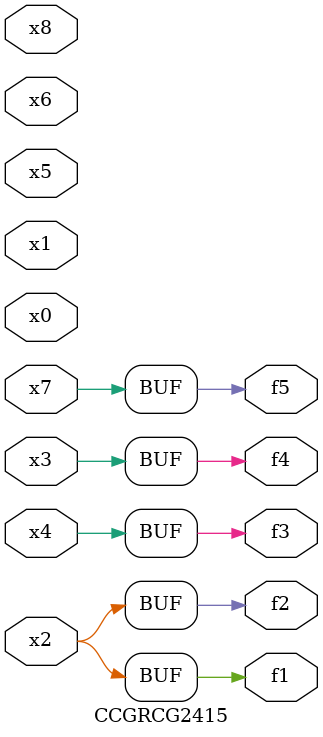
<source format=v>
module CCGRCG2415(
	input x0, x1, x2, x3, x4, x5, x6, x7, x8,
	output f1, f2, f3, f4, f5
);
	assign f1 = x2;
	assign f2 = x2;
	assign f3 = x4;
	assign f4 = x3;
	assign f5 = x7;
endmodule

</source>
